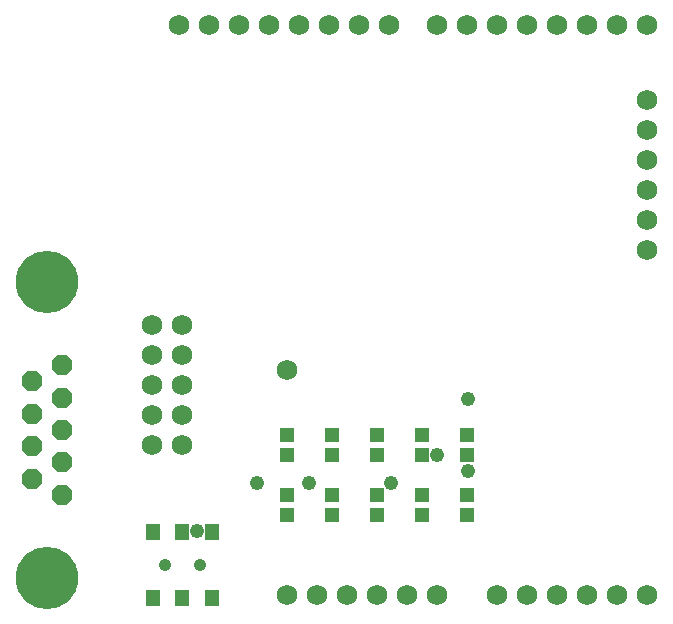
<source format=gts>
G75*
G70*
%OFA0B0*%
%FSLAX24Y24*%
%IPPOS*%
%LPD*%
%AMOC8*
5,1,8,0,0,1.08239X$1,22.5*
%
%ADD10OC8,0.0680*%
%ADD11C,0.2080*%
%ADD12C,0.0680*%
%ADD13R,0.0474X0.0513*%
%ADD14R,0.0474X0.0533*%
%ADD15C,0.0415*%
%ADD16C,0.0480*%
D10*
X006705Y005434D03*
X007705Y004894D03*
X007705Y005974D03*
X006705Y006514D03*
X007705Y007054D03*
X006705Y007594D03*
X007705Y008134D03*
X006705Y008674D03*
X007705Y009214D03*
D11*
X007205Y011984D03*
X007205Y002124D03*
D12*
X010705Y006554D03*
X011705Y006554D03*
X011705Y007554D03*
X010705Y007554D03*
X010705Y008554D03*
X011705Y008554D03*
X011705Y009554D03*
X010705Y009554D03*
X010705Y010554D03*
X011705Y010554D03*
X015205Y009054D03*
X015205Y001554D03*
X016205Y001554D03*
X017205Y001554D03*
X018205Y001554D03*
X019205Y001554D03*
X020205Y001554D03*
X022205Y001554D03*
X023205Y001554D03*
X024205Y001554D03*
X025205Y001554D03*
X026205Y001554D03*
X027205Y001554D03*
X027205Y013054D03*
X027205Y014054D03*
X027205Y015054D03*
X027205Y016054D03*
X027205Y017054D03*
X027205Y018054D03*
X027205Y020554D03*
X026205Y020554D03*
X025205Y020554D03*
X024205Y020554D03*
X023205Y020554D03*
X022205Y020554D03*
X021205Y020554D03*
X020205Y020554D03*
X018605Y020554D03*
X017605Y020554D03*
X016605Y020554D03*
X015605Y020554D03*
X014605Y020554D03*
X013605Y020554D03*
X012605Y020554D03*
X011605Y020554D03*
D13*
X015205Y006889D03*
X015205Y006220D03*
X015205Y004889D03*
X015205Y004220D03*
X016705Y004220D03*
X016705Y004889D03*
X018205Y004889D03*
X018205Y004220D03*
X019705Y004220D03*
X019705Y004889D03*
X021205Y004889D03*
X021205Y004220D03*
X021205Y006220D03*
X021205Y006889D03*
X019705Y006889D03*
X019705Y006220D03*
X018205Y006220D03*
X018205Y006889D03*
X016705Y006889D03*
X016705Y006220D03*
D14*
X012689Y003667D03*
X011705Y003667D03*
X010720Y003667D03*
X010720Y001442D03*
X011705Y001442D03*
X012689Y001442D03*
D15*
X012295Y002554D03*
X011114Y002554D03*
D16*
X012185Y003674D03*
X014185Y005274D03*
X015945Y005274D03*
X018665Y005274D03*
X020185Y006234D03*
X021225Y005674D03*
X021225Y008074D03*
M02*

</source>
